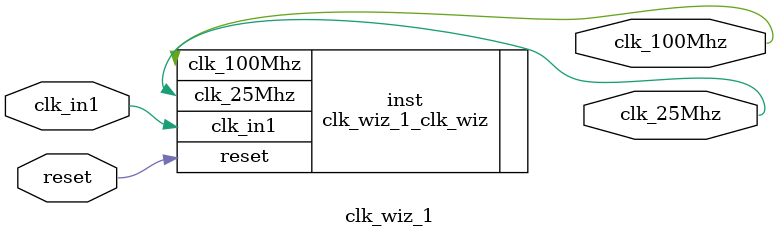
<source format=v>


`timescale 1ps/1ps

(* CORE_GENERATION_INFO = "clk_wiz_1,clk_wiz_v6_0_6_0_0,{component_name=clk_wiz_1,use_phase_alignment=true,use_min_o_jitter=false,use_max_i_jitter=false,use_dyn_phase_shift=false,use_inclk_switchover=false,use_dyn_reconfig=false,enable_axi=0,feedback_source=FDBK_AUTO,PRIMITIVE=MMCM,num_out_clk=2,clkin1_period=10.000,clkin2_period=10.000,use_power_down=false,use_reset=true,use_locked=false,use_inclk_stopped=false,feedback_type=SINGLE,CLOCK_MGR_TYPE=NA,manual_override=false}" *)

module clk_wiz_1 
 (
  // Clock out ports
  output        clk_100Mhz,
  output        clk_25Mhz,
  // Status and control signals
  input         reset,
 // Clock in ports
  input         clk_in1
 );

  clk_wiz_1_clk_wiz inst
  (
  // Clock out ports  
  .clk_100Mhz(clk_100Mhz),
  .clk_25Mhz(clk_25Mhz),
  // Status and control signals               
  .reset(reset), 
 // Clock in ports
  .clk_in1(clk_in1)
  );

endmodule

</source>
